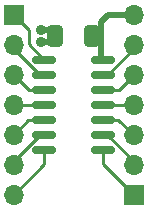
<source format=gtl>
G04 #@! TF.GenerationSoftware,KiCad,Pcbnew,(6.0.9)*
G04 #@! TF.CreationDate,2023-05-28T18:49:52+02:00*
G04 #@! TF.ProjectId,SOIC-SSOP-DIP adapter,534f4943-2d53-4534-9f50-2d4449502061,rev?*
G04 #@! TF.SameCoordinates,Original*
G04 #@! TF.FileFunction,Copper,L1,Top*
G04 #@! TF.FilePolarity,Positive*
%FSLAX46Y46*%
G04 Gerber Fmt 4.6, Leading zero omitted, Abs format (unit mm)*
G04 Created by KiCad (PCBNEW (6.0.9)) date 2023-05-28 18:49:52*
%MOMM*%
%LPD*%
G01*
G04 APERTURE LIST*
G04 Aperture macros list*
%AMRoundRect*
0 Rectangle with rounded corners*
0 $1 Rounding radius*
0 $2 $3 $4 $5 $6 $7 $8 $9 X,Y pos of 4 corners*
0 Add a 4 corners polygon primitive as box body*
4,1,4,$2,$3,$4,$5,$6,$7,$8,$9,$2,$3,0*
0 Add four circle primitives for the rounded corners*
1,1,$1+$1,$2,$3*
1,1,$1+$1,$4,$5*
1,1,$1+$1,$6,$7*
1,1,$1+$1,$8,$9*
0 Add four rect primitives between the rounded corners*
20,1,$1+$1,$2,$3,$4,$5,0*
20,1,$1+$1,$4,$5,$6,$7,0*
20,1,$1+$1,$6,$7,$8,$9,0*
20,1,$1+$1,$8,$9,$2,$3,0*%
G04 Aperture macros list end*
G04 #@! TA.AperFunction,SMDPad,CuDef*
%ADD10RoundRect,0.250000X-0.412500X-0.650000X0.412500X-0.650000X0.412500X0.650000X-0.412500X0.650000X0*%
G04 #@! TD*
G04 #@! TA.AperFunction,ComponentPad*
%ADD11R,1.700000X1.700000*%
G04 #@! TD*
G04 #@! TA.AperFunction,ComponentPad*
%ADD12O,1.700000X1.700000*%
G04 #@! TD*
G04 #@! TA.AperFunction,SMDPad,CuDef*
%ADD13RoundRect,0.150000X-0.825000X-0.150000X0.825000X-0.150000X0.825000X0.150000X-0.825000X0.150000X0*%
G04 #@! TD*
G04 #@! TA.AperFunction,ViaPad*
%ADD14C,0.900000*%
G04 #@! TD*
G04 #@! TA.AperFunction,Conductor*
%ADD15C,0.500000*%
G04 #@! TD*
G04 #@! TA.AperFunction,Conductor*
%ADD16C,0.250000*%
G04 #@! TD*
G04 APERTURE END LIST*
D10*
X69557500Y-83058000D03*
X72682500Y-83058000D03*
D11*
X66040000Y-81275000D03*
D12*
X66040000Y-83815000D03*
X66040000Y-86355000D03*
X66040000Y-88895000D03*
X66040000Y-91435000D03*
X66040000Y-93975000D03*
X66040000Y-96515000D03*
D13*
X68645000Y-85090000D03*
X68645000Y-86360000D03*
X68645000Y-87630000D03*
X68645000Y-88900000D03*
X68645000Y-90170000D03*
X68645000Y-91440000D03*
X68645000Y-92710000D03*
X73595000Y-92710000D03*
X73595000Y-91440000D03*
X73595000Y-90170000D03*
X73595000Y-88900000D03*
X73595000Y-87630000D03*
X73595000Y-86360000D03*
X73595000Y-85090000D03*
D11*
X76200000Y-96525000D03*
D12*
X76200000Y-93985000D03*
X76200000Y-91445000D03*
X76200000Y-88905000D03*
X76200000Y-86365000D03*
X76200000Y-83825000D03*
X76200000Y-81285000D03*
D14*
X68326000Y-83566000D03*
X68326000Y-82550000D03*
D15*
X68326000Y-82550000D02*
X69049500Y-82550000D01*
X69049500Y-82550000D02*
X69557500Y-83058000D01*
X69049500Y-83566000D02*
X69557500Y-83058000D01*
D16*
X67315000Y-87630000D02*
X68645000Y-87630000D01*
X76200000Y-93668249D02*
X76200000Y-93985000D01*
X68640000Y-88895000D02*
X68645000Y-88900000D01*
X67305000Y-90170000D02*
X68645000Y-90170000D01*
X68645000Y-91440000D02*
X68268249Y-91440000D01*
X66040000Y-91435000D02*
X67305000Y-90170000D01*
D15*
X73406000Y-82804000D02*
X73406000Y-84901000D01*
D16*
X73600000Y-88905000D02*
X76200000Y-88905000D01*
X66040000Y-81275000D02*
X67310000Y-82545000D01*
X73595000Y-87630000D02*
X74935000Y-87630000D01*
X73595000Y-91440000D02*
X73971751Y-91440000D01*
D15*
X74031000Y-81285000D02*
X76200000Y-81285000D01*
D16*
X66040000Y-88895000D02*
X68640000Y-88895000D01*
X76200000Y-84131751D02*
X76200000Y-83825000D01*
D15*
X68326000Y-83566000D02*
X69049500Y-83566000D01*
D16*
X74925000Y-90170000D02*
X76200000Y-91445000D01*
D15*
X73406000Y-84901000D02*
X73595000Y-85090000D01*
D16*
X68268249Y-91440000D02*
X66040000Y-93668249D01*
X68645000Y-93910000D02*
X66040000Y-96515000D01*
X73595000Y-88900000D02*
X73600000Y-88905000D01*
X68268249Y-86360000D02*
X66040000Y-84131751D01*
X74935000Y-87630000D02*
X76200000Y-86365000D01*
X67310000Y-83755000D02*
X68645000Y-85090000D01*
X68645000Y-86360000D02*
X68268249Y-86360000D01*
D15*
X73406000Y-83058000D02*
X73406000Y-81910000D01*
D16*
X73595000Y-86360000D02*
X73971751Y-86360000D01*
X66040000Y-93668249D02*
X66040000Y-93975000D01*
X66040000Y-84131751D02*
X66040000Y-83815000D01*
X68645000Y-92710000D02*
X68645000Y-93910000D01*
X73595000Y-92710000D02*
X73595000Y-93920000D01*
X67310000Y-82545000D02*
X67310000Y-83755000D01*
X73595000Y-93920000D02*
X76200000Y-96525000D01*
X66040000Y-86355000D02*
X67315000Y-87630000D01*
D15*
X72682500Y-83058000D02*
X73406000Y-83058000D01*
D16*
X73971751Y-86360000D02*
X76200000Y-84131751D01*
X73595000Y-90170000D02*
X74925000Y-90170000D01*
X73971751Y-91440000D02*
X76200000Y-93668249D01*
D15*
X73406000Y-81910000D02*
X74031000Y-81285000D01*
M02*

</source>
